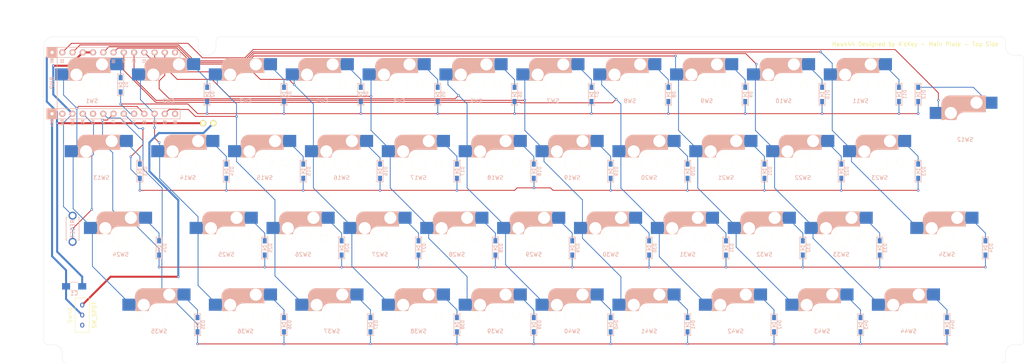
<source format=kicad_pcb>
(kicad_pcb (version 20240108) (generator "pcbnew") (generator_version "8.0")
  (layers (0 "F.Cu" signal) (31 "B.Cu" signal) (34 "B.Paste" user) (35 "F.Paste" user) (36 "B.SilkS" user "B.Silkscreen") (37 "F.SilkS" user "F.Silkscreen") (38 "B.Mask" user) (39 "F.Mask" user) (44 "Edge.Cuts" user))
  (net 0 "")
  (net 1 "Net-(D1-A)")
  (net 2 "row0")
  (net 3 "Net-(D2-A)")
  (net 4 "Net-(D3-A)")
  (net 5 "Net-(D4-A)")
  (net 6 "Net-(D5-A)")
  (net 7 "Net-(D6-A)")
  (net 8 "Net-(D7-A)")
  (net 9 "Net-(D8-A)")
  (net 10 "Net-(D9-A)")
  (net 11 "Net-(D10-A)")
  (net 12 "Net-(D11-A)")
  (net 13 "Net-(D12-A)")
  (net 14 "row1")
  (net 15 "Net-(D13-A)")
  (net 16 "Net-(D14-A)")
  (net 17 "Net-(D15-A)")
  (net 18 "Net-(D16-A)")
  (net 19 "Net-(D17-A)")
  (net 20 "Net-(D18-A)")
  (net 21 "Net-(D19-A)")
  (net 22 "Net-(D20-A)")
  (net 23 "Net-(D21-A)")
  (net 24 "Net-(D22-A)")
  (net 25 "Net-(D23-A)")
  (net 26 "Net-(D24-A)")
  (net 27 "row2")
  (net 28 "Net-(D25-A)")
  (net 29 "Net-(D26-A)")
  (net 30 "Net-(D27-A)")
  (net 31 "Net-(D28-A)")
  (net 32 "Net-(D29-A)")
  (net 33 "Net-(D30-A)")
  (net 34 "Net-(D31-A)")
  (net 35 "Net-(D32-A)")
  (net 36 "Net-(D33-A)")
  (net 37 "Net-(D34-A)")
  (net 38 "row3")
  (net 39 "Net-(D35-A)")
  (net 40 "Net-(D36-A)")
  (net 41 "Net-(D37-A)")
  (net 42 "Net-(D38-A)")
  (net 43 "Net-(D39-A)")
  (net 44 "Net-(D40-A)")
  (net 45 "Net-(D41-A)")
  (net 46 "Net-(D42-A)")
  (net 47 "Net-(D43-A)")
  (net 48 "Net-(D44-A)")
  (net 49 "bat-")
  (net 50 "bat+")
  (net 51 "col0")
  (net 52 "col1")
  (net 53 "col2")
  (net 54 "col3")
  (net 55 "col4")
  (net 56 "col5")
  (net 57 "col6")
  (net 58 "col7")
  (net 59 "col8")
  (net 60 "col9")
  (net 61 "col10")
  (net 62 "col11")
  (net 63 "GND")
  (net 64 "reset")
  (net 66 "VCC")
  (net 69 "Net-(J1-Pin_1)")
  (footprint "kbd_Parts:Diode_SMD" (layer "F.Cu") (at 180.975 116.68125 90)
    (property "Reference" "D41")
    (property "Value" "D" (hide yes))
  )
  (footprint "kbd_Parts:Diode_SMD" (layer "F.Cu") (at 133.35 97.63125 90)
    (property "Reference" "D28")
    (property "Value" "D" (hide yes))
  )
  (footprint "kbd_SW:CherryMX_Hotswap_1u" (layer "F.Cu") (at 171.45 76.2)
    (property "Reference" "SW20")
    (property "Value" "SW_PUSH" (hide yes))
  )
  (footprint "kbd_SW:CherryMX_Hotswap_1u" (layer "F.Cu") (at 152.4 114.3)
    (property "Reference" "SW40")
    (property "Value" "SW_PUSH" (hide yes))
  )
  (footprint "kbd_SW:CherryMX_Hotswap_1u" (layer "F.Cu") (at 114.3 114.3)
    (property "Reference" "SW38")
    (property "Value" "SW_PUSH" (hide yes))
  )
  (footprint "kbd_SW:CherryMX_Hotswap_1.75u" (layer "F.Cu") (at 245.26875 95.25)
    (property "Reference" "SW34")
    (property "Value" "SW_PUSH" (hide yes))
  )
  (footprint "kbd_Parts:Diode_SMD" (layer "F.Cu") (at 238.125 78.58125 90)
    (property "Reference" "D23")
    (property "Value" "D" (hide yes))
  )
  (footprint "kbd_Parts:Battery_BMP_2pin" (layer "F.Cu") (at 61.9125 66.675 -90)
    (property "Reference" "J1" (hide yes))
    (property "Value" "Conn_01x02" (hide yes))
  )
  (footprint "kbd_Parts:Diode_SMD" (layer "F.Cu") (at 214.3125 59.53125 90)
    (property "Reference" "D10")
    (property "Value" "D" (hide yes))
  )
  (footprint "kbd_Parts:Diode_SMD" (layer "F.Cu") (at 190.5 97.63125 90)
    (property "Reference" "D31")
    (property "Value" "D" (hide yes))
  )
  (footprint "kbd_Parts:Diode_SMD" (layer "F.Cu") (at 180.975 78.58125 90)
    (property "Reference" "D20")
    (property "Value" "D" (hide yes))
  )
  (footprint "kbd_Parts:Diode_SMD" (layer "F.Cu") (at 76.2 97.63125 90)
    (property "Reference" "D25")
    (property "Value" "D" (hide yes))
  )
  (footprint "kbd_Parts:Diode_SMD" (layer "F.Cu") (at 61.9125 59.53125 90)
    (property "Reference" "D2")
    (property "Value" "D" (hide yes))
  )
  (footprint "kbd_Parts:Diode_SMD" (layer "F.Cu") (at 66.675 78.58125 90)
    (property "Reference" "D14")
    (property "Value" "D" (hide yes))
  )
  (footprint "kbd_SW:CherryMX_Hotswap_1u" (layer "F.Cu") (at 214.3125 114.3)
    (property "Reference" "SW43")
    (property "Value" "SW_PUSH" (hide yes))
  )
  (footprint "kbd_Parts:Diode_SMD" (layer "F.Cu") (at 114.3 97.63125 90)
    (property "Reference" "D27")
    (property "Value" "D" (hide yes))
  )
  (footprint "kbd_Parts:Diode_SMD" (layer "F.Cu") (at 102.39375 116.68125 90)
    (property "Reference" "D37")
    (property "Value" "D" (hide yes))
  )
  (footprint "kbd_Parts:Diode_SMD" (layer "F.Cu") (at 219.075 78.58125 90)
    (property "Reference" "D22")
    (property "Value" "D" (hide yes))
  )
  (footprint "kbd_SW:CherryMX_Hotswap_1u" (layer "F.Cu") (at 95.25 76.2)
    (property "Reference" "SW16")
    (property "Value" "SW_PUSH" (hide yes))
  )
  (footprint "kbd_Parts:Diode_SMD" (layer "F.Cu") (at 100.0125 59.53125 90)
    (property "Reference" "D4")
    (property "Value" "D" (hide yes))
  )
  (footprint "kbd_SW:CherryMX_Hotswap_1u" (layer "F.Cu") (at 57.15 76.2)
    (property "Reference" "SW14")
    (property "Value" "SW_PUSH" (hide yes))
  )
  (footprint "kbd_Hole:m2_Spacer_Hole_EdgeCuts" (layer "F.Cu") (at 142.875 85.725)
    (property "Reference" "J7")
    (property "Value" "Conn_01x01")
    (fp_circle (center 0 0) (end 2.2 0) (stroke (width 0.01)) (fill none) (layer "Edge.Cuts"))
  )
  (footprint "kbd_SW:CherryMX_Hotswap_1u" (layer "F.Cu") (at 123.825 95.25)
    (property "Reference" "SW28")
    (property "Value" "SW_PUSH" (hide yes))
  )
  (footprint "kbd_Parts:Diode_SMD" (layer "F.Cu") (at 80.9625 59.53125 90)
    (property "Reference" "D3")
    (property "Value" "D" (hide yes))
  )
  (footprint "kbd_SW:CherryMX_Hotswap_1u" (layer "F.Cu") (at 71.4375 114.3)
    (property "Reference" "SW36")
    (property "Value" "SW_PUSH" (hide yes))
  )
  (footprint "kbd_SW:CherryMX_Hotswap_1u" (layer "F.Cu") (at 204.7875 57.15)
    (property "Reference" "SW10")
    (property "Value" "SW_PUSH" (hide yes))
  )
  (footprint "kbd_SW:CherryMX_Hotswap_1u" (layer "F.Cu") (at 180.975 95.25)
    (property "Reference" "SW31")
    (property "Value" "SW_PUSH" (hide yes))
  )
  (footprint "kbd_Parts:Diode_SMD" (layer "F.Cu") (at 152.4 97.63125 90)
    (property "Reference" "D29")
    (property "Value" "D" (hide yes))
  )
  (footprint "kbd_Parts:Diode_SMD" (layer "F.Cu") (at 119.0625 59.53125 90)
    (property "Reference" "D5")
    (property "Value" "D" (hide yes))
  )
  (footprint "kbd_SW:CherryMX_Hotswap_1u" (layer "F.Cu") (at 109.5375 57.15)
    (property "Reference" "SW5")
    (property "Value" "SW_PUSH" (hide yes))
  )
  (footprint "kbd_SW:CherryMX_Hotswap_1u" (layer "F.Cu") (at 152.4 76.2)
    (property "Reference" "SW19")
    (property "Value" "SW_PUSH" (hide yes))
  )
  (footprint "kbd_SW:CherryMX_Hotswap_1u" (layer "F.Cu") (at 90.4875 57.15)
    (property "Reference" "SW4")
    (property "Value" "SW_PUSH" (hide yes))
  )
  (footprint "kbd_SW:CherryMX_Hotswap_1u" (layer "F.Cu") (at 133.35 76.2)
    (property "Reference" "SW18")
    (property "Value" "SW_PUSH" (hide yes))
  )
  (footprint "kbd_SW:CherryMX_Hotswap_1.25u" (layer "F.Cu") (at 35.71875 76.2)
    (property "Reference" "SW13")
    (property "Value" "SW_PUSH" (hide yes))
  )
  (footprint "kbd_SW:CherryMX_Hotswap_1u" (layer "F.Cu") (at 133.35 114.3)
    (property "Reference" "SW39")
    (property "Value" "SW_PUSH" (hide yes))
  )
  (footprint "kbd_Parts:Diode_SMD" (layer "F.Cu") (at 223.8375 116.68125 90)
    (property "Reference" "D43")
    (property "Value" "D" (hide yes))
  )
  (footprint "kbd_SW:CherryMX_Hotswap_1u" (layer "F.Cu") (at 185.7375 57.15)
    (property "Reference" "SW9")
    (property "Value" "SW_PUSH" (hide yes))
  )
  (footprint "kbd_Parts:Diode_SMD" (layer "F.Cu") (at 161.925 78.58125 90)
    (property "Reference" "D19")
    (property "Value" "D" (hide yes))
  )
  (footprint "kbd_SW:CherryMX_Hotswap_1u" (layer "F.Cu") (at 147.6375 57.15)
    (property "Reference" "SW7")
    (property "Value" "SW_PUSH" (hide yes))
  )
  (footprint "kbd_Parts:Diode_SMD" (layer "F.Cu") (at 80.9625 116.68125 90)
    (property "Reference" "D36")
    (property "Value" "D" (hide yes))
  )
  (footprint "kbd_Parts:Diode_SMD" (layer "F.Cu") (at 123.825 78.58125 90)
    (property "Reference" "D17")
    (property "Value" "D" (hide yes))
  )
  (footprint "kbd_SW:CherryMX_Hotswap_1u" (layer "F.Cu") (at 161.925 95.25)
    (property "Reference" "SW30")
    (property "Value" "SW_PUSH" (hide yes))
  )
  (footprint "kbd_SW:CherryMX_Hotswap_1.25u" (layer "F.Cu") (at 50.00625 114.3)
    (property "Reference" "SW35")
    (property "Value" "SW_PUSH" (hide yes))
  )
  (footprint "kbd_Parts:Diode_SMD" (layer "F.Cu") (at 123.825 116.68125 90)
    (property "Reference" "D38")
    (property "Value" "D" (hide yes))
  )
  (footprint "kbd_SW:CherryMX_Hotswap_1u" (layer "F.Cu") (at 52.3875 57.15)
    (property "Reference" "SW2")
    (property "Value" "SW_PUSH" (hide yes))
  )
  (footprint "kbd_SW:CherryMX_Hotswap_1u" (layer "F.Cu") (at 228.6 76.2)
    (property "Reference" "SW23")
    (property "Value" "SW_PUSH" (hide yes))
  )
  (footprint "kbd_SW:CherryMX_Hotswap_1.25u" (layer "F.Cu") (at 192.88125 114.3)
    (property "Reference" "SW42")
    (property "Value" "SW_PUSH" (hide yes))
  )
  (footprint "askey:Slide Switch - SS-12D00-G5" (layer "F.Cu") (at 30.95625 114.3 90)
    (property "Reference" "SW46")
    (property "Value" "SW_SPDT")
  )
  (footprint "kbd_Parts:Diode_SMD" (layer "F.Cu") (at 157.1625 59.53125 90)
    (property "Reference" "D7")
    (property "Value" "D" (hide yes))
  )
  (footprint "kbd_SW:CherryMX_Hotswap_1u" (layer "F.Cu") (at 76.2 76.2)
    (property "Reference" "SW15")
    (property "Value" "SW_PUSH" (hide yes))
  )
  (footprint "kbd_SW:CherryMX_Hotswap_1u" (layer "F.Cu") (at 85.725 95.25)
    (property "Reference" "SW26")
    (property "Value" "SW_PUSH" (hide yes))
  )
  (footprint "kbd_Parts:Diode_SMD" (layer "F.Cu") (at 245.26875 116.68125 90)
    (property "Reference" "D44")
    (property "Value" "D" (hide yes))
  )
  (footprint "kbd_SW:CherryMX_Hotswap_1u" (layer "F.Cu") (at 33.3375 57.15)
    (property "Reference" "SW1")
    (property "Value" "SW_PUSH" (hide yes))
  )
  (footprint "kbd_SW:CherryMX_Hotswap_ISO" (layer "F.Cu") (at 250.03125 66.675 90)
    (property "Reference" "SW12")
    (property "Value" "SW_PUSH" (hide yes))
  )
  (footprint "kbd_Parts:Diode_SMD" (layer "F.Cu") (at 142.875 116.68125 90)
    (property "Reference" "D39")
    (property "Value" "D" (hide yes))
  )
  (footprint "kbd_Parts:Diode_SMD" (layer "F.Cu") (at 200.025 78.58125 90)
    (property "Reference" "D21")
    (property "Value" "D" (hide yes))
  )
  (footprint "kbd_SW:CherryMX_Hotswap_1.75u" (layer "F.Cu") (at 40.48125 95.25)
    (property "Reference" "SW24")
    (property "Value" "SW_PUSH" (hide yes))
  )
  (footprint "kbd_Parts:Diode_SMD" (layer "F.Cu") (at 95.25 97.63125 90)
    (property "Reference" "D26")
    (property "Value" "D" (hide yes))
  )
  (footprint "kbd_Parts:Diode_SMD" (layer "F.Cu") (at 142.875 78.58125 90)
    (property "Reference" "D18")
    (property "Value" "D" (hide yes))
  )
  (footprint "kbd_Parts:Diode_SMD" (layer "F.Cu") (at 209.55 97.63125 90)
    (property "Reference" "D32")
    (property "Value" "D" (hide yes))
  )
  (footprint "kbd_SW:CherryMX_Hotswap_1u" (layer "F.Cu") (at 114.3 76.2)
    (property "Reference" "SW17")
    (property "Value" "SW_PUSH" (hide yes))
  )
  (footprint "kbd_SW:CherryMX_Hotswap_1u" (layer "F.Cu") (at 223.8375 57.15)
    (property "Reference" "SW11")
    (property "Value" "SW_PUSH" (hide yes))
  )
  (footprint "kbd_Parts:Diode_SMD" (layer "F.Cu") (at 176.2125 59.53125 90)
    (property "Reference" "D8")
    (property "Value" "D" (hide yes))
  )
  (footprint "kbd_Parts:Diode_SMD" (layer "F.Cu") (at 171.45 97.63125 90)
    (property "Reference" "D30")
    (property "Value" "D" (hide yes))
  )
  (footprint "kbd_SW:CherryMX_Hotswap_1u" (layer "F.Cu") (at 219.075 95.25)
    (property "Reference" "SW33")
    (property "Value" "SW_PUSH" (hide yes))
  )
  (footprint "kbd_Parts:Diode_SMD" (layer "F.Cu") (at 161.925 116.68125 90)
    (property "Reference" "D40")
    (property "Value" "D" (hide yes))
  )
  (footprint "kbd_SW:CherryMX_Hotswap_1u" (layer "F.Cu") (at 200.025 95.25)
    (property "Reference" "SW32")
    (property "Value" "SW_PUSH" (hide yes))
  )
  (footprint "kbd_SW:CherryMX_Hotswap_1u" (layer "F.Cu") (at 209.55 76.2)
    (property "Reference" "SW22")
    (property "Value" "SW_PUSH" (hide yes))
  )
  (footprint "kbd_SW:CherryMX_Hotswap_1u" (layer "F.Cu") (at 190.5 76.2)
    (property "Reference" "SW21")
    (property "Value" "SW_PUSH" (hide yes))
  )
  (footprint "kbd_SW:CherryMX_Hotswap_1u" (layer "F.Cu") (at 128.5875 57.15)
    (property "Reference" "SW6")
    (property "Value" "SW_PUSH" (hide yes))
  )
  (footprint "kbd_Parts:Diode_SMD" (layer "F.Cu") (at 45.24375 78.58125 90)
    (property "Reference" "D13")
    (property "Value" "D" (hide yes))
  )
  (footprint "kbd_Parts:Diode_SMD" (layer "F.Cu") (at 233.3625 59.53125 90)
    (property "Reference" "D11")
    (property "Value" "D" (hide yes))
  )
  (footprint "kbd_Parts:Diode_SMD" (layer "F.Cu") (at 195.2625 59.53125 90)
    (property "Reference" "D9")
    (property "Value" "D" (hide yes))
  )
  (footprint "kbd_SW:CherryMX_Hotswap_1u" (layer "F.Cu") (at 104.775 95.25)
    (property "Reference" "SW27")
    (property "Value" "SW_PUSH" (hide yes))
  )
  (footprint "kbd_Parts:Diode_SMD" (layer "F.Cu") (at 50.00625 97.63125 90)
    (property "Reference" "D24")
    (property "Value" "D" (hide yes))
  )
  (footprint "kbd_Parts:Diode_SMD" (layer "F.Cu") (at 104.775 78.58125 90)
    (property "Reference" "D16")
    (property "Value" "D" (hide yes))
  )
  (footprint "kbd_Parts:Diode_SMD" (layer "F.Cu") (at 40.48125 57.15 90)
    (property "Reference" "D1")
    (property "Value" "D" (hide yes))
  )
  (footprint "kbd_Parts:Diode_SMD" (layer "F.Cu") (at 254.79375 97.63125 90)
    (property "Reference" "D34")
    (property "Value" "D" (hide yes))
  )
  (footprint "kbd_Parts:Diode_SMD" (layer "F.Cu") (at 59.53125 116.68125 90)
    (property "Reference" "D35")
    (property "Value" "D" (hide yes))
  )
  (footprint "kbd_SW:CherryMX_Hotswap_1u" (layer "F.Cu") (at 166.6875 57.15)
    (property "Reference" "SW8")
    (property "Value" "SW_PUSH" (hide yes))
  )
  (footprint "kbd_SW:CherryMX_Hotswap_1u" (layer "F.Cu") (at 171.45 114.3)
    (property "Reference" "SW41")
    (property "Value" "SW_PUSH" (hide yes))
  )
  (footprint "kbd_Parts:Diode_SMD" (layer "F.Cu") (at 202.40625 116.68125 90)
    (property "Reference" "D42")
    (property "Value" "D" (hide yes))
  )
  (footprint "kbd_Parts:Diode_SMD" (layer "F.Cu") (at 85.725 78.58125 90)
    (property "Reference" "D15")
    (property "Value" "D" (hide yes))
  )
  (footprint "kbd_SW:CherryMX_Hotswap_1.25u" (layer "F.Cu") (at 235.74375 114.3)
    (property "Reference" "SW44")
    (property "Value" "SW_PUSH" (hide yes))
  )
  (footprint "kbd_Parts:Diode_SMD" (layer "F.Cu") (at 228.6 97.63125 90)
    (property "Reference" "D33")
    (property "Value" "D" (hide yes))
  )
  (footprint "kbd_Parts:Diode_SMD" (layer "F.Cu") (at 238.125 59.53125 90)
    (property "Reference" "D12")
    (property "Value" "D" (hide yes))
  )
  (footprint "kbd_SW:CherryMX_Hotswap_1u" (layer "F.Cu") (at 142.875 95.25)
    (property "Reference" "SW29")
    (property "Value" "SW_PUSH" (hide yes))
  )
  (footprint "kbd_SW:CherryMX_Hotswap_1u" (layer "F.Cu") (at 71.4375 57.15)
    (property "Reference" "SW3")
    (property "Value" "SW_PUSH" (hide yes))
  )
  (footprint "kbd_SW:CherryMX_Hotswap_1u" (layer "F.Cu") (at 66.675 95.25)
    (property "Reference" "SW25")
    (property "Value" "SW_PUSH" (hide yes))
  )
  (footprint "kbd_Parts:Diode_SMD" (layer "F.Cu") (at 138.1125 59.53125 90)
    (property "Reference" "D6")
    (property "Value" "D" (hide yes))
  )
  (footprint "kbd_SW:CherryMX_Hotswap_1.25u" (layer "F.Cu") (at 92.86875 114.3)
    (property "Reference" "SW37")
    (property "Value" "SW_PUSH" (hide yes))
  )
  (footprint "kbd_Parts:Micon_BMP_7sKB" (layer "B.Cu") (at 40.505523 56.672897 -90)
    (property "Reference" "U1" (hide yes))
    (property "Value" "Micon_BLEMicroPro" (hide yes))
  )
  (footprint "kbd_Parts:Capacitor_1206" (layer "B.Cu") (at 28.95625 107.15625)
    (property "Reference" "C1")
    (property "Value" "C")
  )
  (footprint "kbd:ResetSW" (layer "B.Cu") (at 28.575 92.86875 -90)
    (property "Reference" "SW45" (hide yes))
    (property "Value" "SW_PUSH")
  )
  (gr_line (start 65.1125 45.24375) (end 258.7375 45.24375) (stroke (width 0.05)) (layer "Edge.Cuts"))
  (gr_arc (start 258.7375 45.24375) (mid 259.444607 45.536643) (end 259.7375 46.24375) (stroke (width 0.05)) (layer "Edge.Cuts"))
  (gr_line (start 259.7375 47.625) (end 259.7375 46.24375) (stroke (width 0.05)) (layer "Edge.Cuts"))
  (gr_arc (start 261.9375 49.825) (mid 260.381865 49.180635) (end 259.7375 47.625) (stroke (width 0.05)) (layer "Edge.Cuts"))
  (gr_line (start 261.9375 121.625) (end 263.31875 121.625) (stroke (width 0.05)) (layer "Edge.Cuts"))
  (gr_line (start 26.0125 123.825) (end 26.0125 125.20625) (stroke (width 0.05)) (layer "Edge.Cuts"))
  (gr_arc (start 23.8125 121.625) (mid 25.368135 122.269365) (end 26.0125 123.825) (stroke (width 0.05)) (layer "Edge.Cuts"))
  (gr_arc (start 259.7375 123.825) (mid 260.381865 122.269365) (end 261.9375 121.625) (stroke (width 0.05)) (layer "Edge.Cuts"))
  (gr_line (start 59.7125 47.625) (end 59.7125 46.24375) (stroke (width 0.05)) (layer "Edge.Cuts"))
  (gr_arc (start 22.43125 121.625) (mid 21.724143 121.332107) (end 21.43125 120.625) (stroke (width 0.05)) (layer "Edge.Cuts"))
  (gr_arc (start 64.1125 46.24375) (mid 64.405393 45.536643) (end 65.1125 45.24375) (stroke (width 0.05)) (layer "Edge.Cuts"))
  (gr_line (start 258.7375 126.20625) (end 27.0125 126.20625) (stroke (width 0.05)) (layer "Edge.Cuts"))
  (gr_line (start 23.8125 45.24375) (end 58.7125 45.24375) (stroke (width 0.05)) (layer "Edge.Cuts"))
  (gr_arc (start 21.43125 47.625) (mid 22.128702 45.941202) (end 23.8125 45.24375) (stroke (width 0.05)) (layer "Edge.Cuts"))
  (gr_line (start 264.31875 50.825) (end 264.31875 120.625) (stroke (width 0.05)) (layer "Edge.Cuts"))
  (gr_arc (start 64.1125 47.625) (mid 61.9125 49.825) (end 59.7125 47.625) (stroke (width 0.05)) (layer "Edge.Cuts"))
  (gr_arc (start 263.31875 49.825) (mid 264.025857 50.117893) (end 264.31875 50.825) (stroke (width 0.05)) (layer "Edge.Cuts"))
  (gr_line (start 23.8125 121.625) (end 22.43125 121.625) (stroke (width 0.05)) (layer "Edge.Cuts"))
  (gr_arc (start 58.7125 45.24375) (mid 59.419607 45.536643) (end 59.7125 46.24375) (stroke (width 0.05)) (layer "Edge.Cuts"))
  (gr_arc (start 27.0125 126.20625) (mid 26.305393 125.913357) (end 26.0125 125.20625) (stroke (width 0.05)) (layer "Edge.Cuts"))
  (gr_line (start 261.9375 49.825) (end 263.31875 49.825) (stroke (width 0.05)) (layer "Edge.Cuts"))
  (gr_line (start 21.43125 120.625) (end 21.43125 47.625) (stroke (width 0.05)) (layer "Edge.Cuts"))
  (gr_arc (start 259.7375 125.20625) (mid 259.444607 125.913357) (end 258.7375 126.20625) (stroke (width 0.05)) (layer "Edge.Cuts"))
  (gr_line (start 64.1125 47.625) (end 64.1125 46.24375) (stroke (width 0.05)) (layer "Edge.Cuts"))
  (gr_arc (start 264.31875 120.625) (mid 264.025857 121.332107) (end 263.31875 121.625) (stroke (width 0.05)) (layer "Edge.Cuts"))
  (gr_line (start 259.7375 123.825) (end 259.7375 125.20625) (stroke (width 0.05)) (layer "Edge.Cuts"))
  (gr_text "Hawk44 Designed by A'sKey - Main Plate - Top Side" (at 216.69375 47.625 0) (layer "F.SilkS") (effects (font (size 1 1)) (justify left bottom)))
  (segment (start 40.48125 53.47375) (end 40.48125 55.375) (width 0.2) (layer "B.Cu") (net 1))
  (segment (start 39.0375 52.03) (end 40.48125 53.47375) (width 0.2) (layer "B.Cu") (net 1))
  (segment (start 80.9625 64.29375) (end 100.0125 64.29375) (width 0.2) (layer "F.Cu") (net 2))
  (segment (start 57.15 61.9125) (end 59.53125 64.29375) (width 0.2) (layer "F.Cu") (net 2))
  (segment (start 157.1625 64.29375) (end 176.2125 64.29375) (width 0.2) (layer "F.Cu") (net 2))
  (segment (start 100.0125 64.29375) (end 119.0625 64.29375) (width 0.2) (layer "F.Cu") (net 2))
  (segment (start 61.9125 64.29375) (end 80.9625 64.29375) (width 0.2) (layer "F.Cu") (net 2))
  (segment (start 176.2125 64.29375) (end 195.2625 64.29375) (width 0.2) (layer "F.Cu") (net 2))
  (segment (start 119.0625 64.29375) (end 138.1125 64.29375) (width 0.2) (layer "F.Cu") (net 2))
  (segment (start 59.53125 64.29375) (end 61.9125 64.29375) (width 0.2) (layer "F.Cu") (net 2))
  (segment (start 138.1125 64.29375) (end 157.1625 64.29375) (width 0.2) (layer "F.Cu") (net 2))
  (segment (start 233.3625 64.29375) (end 238.125 64.29375) (width 0.2) (layer "F.Cu") (net 2))
  (segment (start 40.48125 61.9125) (end 57.15 61.9125) (width 0.2) (layer "F.Cu") (net 2))
  (segment (start 214.3125 64.29375) (end 233.3625 64.29375) (width 0.2) (layer "F.Cu") (net 2))
  (segment (start 195.2625 64.29375) (end 214.3125 64.29375) (width 0.2) (layer "F.Cu") (net 2))
  (via (at 233.3625 64.29375) (size 0.6) (drill 0.3) (layers "F.Cu" "B.Cu") (net 2))
  (via (at 80.9625 64.29375) (size 0.6) (drill 0.3) (layers "F.Cu" "B.Cu") (net 2))
  (via (at 238.125 64.29375) (size 0.6) (drill 0.3) (layers "F.Cu" "B.Cu") (net 2))
  (via (at 100.0125 64.29375) (size 0.6) (drill 0.3) (layers "F.Cu" "B.Cu") (net 2))
  (via (at 40.48125 61.9125) (size 0.6) (drill 0.3) (layers "F.Cu" "B.Cu") (net 2))
  (via (at 214.3125 64.29375) (size 0.6) (drill 0.3) (layers "F.Cu" "B.Cu") (net 2))
  (via (at 119.0625 64.29375) (size 0.6) (drill 0.3) (layers "F.Cu" "B.Cu") (net 2))
  (via (at 157.1625 64.29375) (size 0.6) (drill 0.3) (layers "F.Cu" "B.Cu") (net 2))
  (via (at 61.9125 64.29375) (size 0.6) (drill 0.3) (layers "F.Cu" "B.Cu") (net 2))
  (via (at 176.2125 64.29375) (size 0.6) (drill 0.3) (layers "F.Cu" "B.Cu") (net 2))
  (via (at 195.2625 64.29375) (size 0.6) (drill 0.3) (layers "F.Cu" "B.Cu") (net 2))
  (via (at 138.1125 64.29375) (size 0.6) (drill 0.3) (layers "F.Cu" "B.Cu") (net 2))
  (segment (start 233.3625 61.30625) (end 233.3625 64.29375) (width 0.2) (layer "B.Cu") (net 2))
  (segment (start 176.2125 61.30625) (end 176.2125 64.29375) (width 0.2) (layer "B.Cu") (net 2))
  (segment (start 214.3125 61.30625) (end 214.3125 64.29375) (width 0.2) (layer "B.Cu") (net 2))
  (segment (start 138.1125 61.30625) (end 138.1125 64.29375) (width 0.2) (layer "B.Cu") (net 2))
  (segment (start 80.9625 61.30625) (end 80.9625 64.29375) (width 0.2) (layer "B.Cu") (net 2))
  (segment (start 61.9125 61.30625) (end 61.9125 64.29375) (width 0.2) (layer "B.Cu") (net 2))
  (segment (start 43.771976 64.29375) (end 43.807523 64.329297) (width 0.2) (layer "B.Cu") (net 2))
  (segment (start 40.48125 58.925) (end 40.48125 61.9125) (width 0.2) (layer "B.Cu") (net 2))
  (segment (start 119.0625 61.30625) (end 119.0625 64.29375) (width 0.2) (layer "B.Cu") (net 2))
  (segment (start 195.2625 61.30625) (end 195.2625 64.29375) (width 0.2) (layer "B.Cu") (net 2))
  (segment (start 100.0125 61.30625) (end 100.0125 64.29375) (width 0.2) (layer "B.Cu") (net 2))
  (segment (start 40.48125 61.9125) (end 42.8625 64.29375) (width 0.2) (layer "B.Cu") (net 2))
  (segment (start 42.8625 64.29375) (end 43.771976 64.29375) (width 0.2) (layer "B.Cu") (net 2))
  (segment (start 238.125 64.29375) (end 238.125 61.30625) (width 0.2) (layer "B.Cu") (net 2))
  (segment (start 157.1625 61.30625) (end 157.1625 64.29375) (width 0.2) (layer "B.Cu") (net 2))
  (segment (start 58.0875 52.03) (end 61.9125 55.855) (width 0.2) (layer "B.Cu") (net 3))
  (segment (start 61.9125 55.855) (end 61.9125 57.75625) (width 0.2) (layer "B.Cu") (net 3))
  (segment (start 80.9625 55.855) (end 80.9625 57.75625) (width 0.2) (layer "B.Cu") (net 4))
  (segment (start 77.1375 52.03) (end 80.9625 55.855) (width 0.2) (layer "B.Cu") (net 4))
  (segment (start 100.0125 55.855) (end 100.0125 57.75625) (width 0.2) (layer "B.Cu") (net 5))
  (segment (start 96.1875 52.03) (end 100.0125 55.855) (width 0.2) (layer "B.Cu") (net 5))
  (segment (start 119.0625 55.855) (end 119.0625 57.75625) (width 0.2) (layer "B.Cu") (net 6))
  (segment (start 115.2375 52.03) (end 119.0625 55.855) (width 0.2) (layer "B.Cu") (net 6))
  (segment (start 134.2875 52.03) (end 138.1125 55.855) (width 0.2) (layer "B.Cu") (net 7))
  (segment (start 138.1125 55.855) (end 138.1125 57.75625) (width 0.2) (layer "B.Cu") (net 7))
  (segment (start 153.3375 52.03) (end 157.1625 55.855) (width 0.2) (layer "B.Cu") (net 8))
  (segment (start 157.1625 55.855) (end 157.1625 57.75625) (width 0.2) (layer "B.Cu") (net 8))
  (segment (start 176.2125 55.855) (end 176.2125 57.75625) (width 0.2) (layer "B.Cu") (net 9))
  (segment (start 172.3875 52.03) (end 176.2125 55.855) (width 0.2) (layer "B.Cu") (net 9))
  (segment (start 191.4375 52.03) (end 195.2625 55.855) (width 0.2) (layer "B.Cu") (net 10))
  (segment (start 195.2625 55.855) (end 195.2625 57.75625) (width 0.2) (layer "B.Cu") (net 10))
  (segment (start 210.4875 52.03) (end 214.3125 55.855) (width 0.2) (layer "B.Cu") (net 11))
  (segment (start 214.3125 55.855) (end 214.3125 57.75625) (width 0.2) (layer "B.Cu") (net 11))
  (segment (start 229.5375 52.03) (end 233.3625 55.855) (width 0.2) (layer "B.Cu") (net 12))
  (segment (start 233.3625 55.855) (end 233.3625 57.75625) (width 0.2) (layer "B.Cu") (net 12))
  (segment (start 251.7925 57.75625) (end 255.63125 61.595) (width 0.2) (layer "B.Cu") (net 13))
  (segment (start 238.125 57.75625) (end 251.7925 57.75625) (width 0.2) (layer "B.Cu") (net 13))
  (segment (start 85.725 83.34375) (end 66.675 83.34375) (width 0.2) (layer "F.Cu") (net 14))
  (segment (start 66.675 83.34375) (end 45.24375 83.34375) (width 0.2) (layer "F.Cu") (net 14))
  (segment (start 138.1125 83.34375) (end 123.825 83.34375) (width 0.2) (layer "F.Cu") (net 14))
  (segment (start 147.017949 82.724199) (end 147.6375 83.34375) (width 0.2) (layer "F.Cu") (net 14))
  (segment (start 123.825 83.34375) (end 104.775 83.34375) (width 0.2) (layer "F.Cu") (net 14))
  (segment (start 142.919712 82.726808) (end 138.729442 82.726808) (width 0.2) (layer "F.Cu") (net 14))
  (segment (start 46 72) (end 46 68) (width 0.2) (layer "F.Cu") (net 14))
  (segment (start 43 75) (end 46 72) (width 0.2) (layer "F.Cu") (net 14))
  (segment (start 138.729442 82.726808) (end 138.1125 83.34375) (width 0.2) (layer "F.Cu") (net 14))
  (segment (start 180.975 83.34375) (end 200.025 83.34375) (width 0.2) (layer "F.Cu") (net 14))
  (segment (start 219.075 83.34375) (end 238.125 83.34375) (width 0.2) (layer "F.Cu") (net 14))
  (segment (start 142.922321 82.724199) (end 142.919712 82.726808) (width 0.2) (layer "F.Cu") (net 14))
  (segment (start 142.922321 82.724199) (end 147.017949 82.724199) (width 0.2) (layer "F.Cu") (net 14))
  (segment (start 147.6375 83.34375) (end 161.925 83.34375) (width 0.2) (layer "F.Cu") (net 14))
  (segment (start 161.925 83.34375) (end 180.975 83.34375) (width 0.2) (layer "F.Cu") (net 14))
  (segment (start 200.025 83.34375) (end 219.075 83.34375) (width 0.2) (layer "F.Cu") (net 14))
  (segment (start 104.775 83.34375) (end 85.725 83.34375) (width 0.2) (layer "F.Cu") (net 14))
  (via (at 85.725 83.34375) (size 0.6) (drill 0.3) (layers "F.Cu" "B.Cu") (net 14))
  (via (at 104.775 83.34375) (size 0.6) (drill 0.3) (layers "F.Cu" "B.Cu") (net 14))
  (via (at 180.975 83.34375) (size 0.6) (drill 0.3) (layers "F.Cu" "B.Cu") (net 14))
  (via (at 43 75) (size 0.6) (drill 0.3) (layers "F.Cu" "B.Cu") (net 14))
  (via (at 142.922321 82.724199) (size 0.6) (drill 0.3) (layers "F.Cu" "B.Cu") (net 14))
  (via (at 238.125 83.34375) (size 0.6) (drill 0.3) (layers "F.Cu" "B.Cu") (net 14))
  (via (at 66.675 83.34375) (size 0.6) (drill 0.3) (layers "F.Cu" "B.Cu") (net 14))
  (via (at 219.075 83.34375) (size 0.6) (drill 0.3) (layers "F.Cu" "B.Cu") (net 14))
  (via (at 46 68) (size 0.6) (drill 0.3) (layers "F.Cu" "B.Cu") (net 14))
  (via (at 200.025 83.34375) (size 0.6) (drill 0.3) (layers "F.Cu" "B.Cu") (net 14))
  (via (at 123.825 83.34375) (size 0.6) (drill 0.3) (layers "F.Cu" "B.Cu") (net 14))
  (via (at 45.24375 83.34375) (size 0.6) (drill 0.3) (layers "F.Cu" "B.Cu") (net 14))
  (via (at 161.925 83.34375) (size 0.6) (drill 0.3) (layers "F.Cu" "B.Cu") (net 14))
  (segment (start 219.075 80.35625) (end 219.075 83.34375) (width 0.2) (layer "B.Cu") (net 14))
  (segment (start 44.938226 68) (end 41.267523 64.329297) (width 0.2) (layer "B.Cu") (net 14))
  (segment (start 161.925 80.35625) (end 161.925 83.34375) (width 0.2) (layer "B.Cu") (net 14))
  (segment (start 85.725 80.35625) (end 85.725 83.34375) (width 0.2) (layer "B.Cu") (net 14))
  (segment (start 46 68) (end 44.938226 68) (width 0.2) (layer "B.Cu") (net 14))
  (segment (start 142.922321 82.724199) (end 142.922321 80.583824) (width 0.2) (layer "B.Cu") (net 14))
  (segment (start 45.24375 80.35625) (end 45.24375 83.34375) (width 0.2) (layer "B.Cu") (net 14))
  (segment (start 45.24375 80.35625) (end 43 78.1125) (width 0.2) (layer "B.Cu") (net 14))
  (segment (start 200.025 80.35625) (end 200.025 83.34375) (width 0.2) (layer "B.Cu") (net 14))
  (segment (start 180.975 80.35625) (end 180.975 83.34375) (width 0.2) (layer "B.Cu") (net 14))
  (segment (start 66.675 80.35625) (end 66.675 83.34375) (width 0.2) (layer "B.Cu") (net 14))
  (segment (start 142.922321 80.583824) (end 142.875 80.536503) (width 0.2) (layer "B.Cu") (net 14))
  (segment (start 142.875 80.536503) (end 142.875 80.35625) (width 0.2) (layer "B.Cu") (net 14))
  (segment (start 104.775 80.35625) (end 104.775 83.34375) (width 0.2) (layer "B.Cu") (net 14))
  (segment (start 238.125 80.35625) (end 238.125 83.34375) (width 0.2) (layer "B.Cu") (net 14))
  (segment (start 43 78.1125) (end 43 75) (width 0.2) (layer "B.Cu") (net 14))
  (segment (start 123.825 80.35625) (end 123.825 83.34375) (width 0.2) (layer "B.Cu") (net 14))
  (segment (start 41.41875 71.08) (end 45.24375 74.905) (width 0.2) (layer "B.Cu") (net 15))
  (segment (start 45.24375 74.905) (end 45.24375 76.80625) (width 0.2) (layer "B.Cu") (net 15))
  (segment (start 62.85 71.08) (end 66.675 74.905) (width 0.2) (layer "B.Cu") (net 16))
  (segment (start 66.675 74.905) (end 66.675 76.80625) (width 0.2) (layer "B.Cu") (net 16))
  (segment (start 81.9 71.08) (end 85.725 74.905) (width 0.2) (layer "B.Cu") (net 17))
  (segment (start 85.725 74.905) (end 85.725 76.80625) (width 0.2) (layer "B.Cu") (net 17))
  (segment (start 100.95 71.47) (end 104.775 75.295) (width 0.2) (layer "B.Cu") (net 18))
  (segment (start 104.775 75.295) (end 104.775 76.80625) (width 0.2) (layer "B.Cu") (net 18))
  (segment (start 100.95 71.08) (end 100.95 71.47) (width 0.2) (layer "B.Cu") (net 18))
  (segment (start 123.825 74.905) (end 123.825 76.80625) (width 0.2) (layer "B.Cu") (net 19))
  (segment (start 120 71.08) (end 123.825 74.905) (width 0.2) (layer "B.Cu") (net 19))
  (segment (start 139.05 71.08) (end 142.875 74.905) (width 0.2) (layer "B.Cu") (net 20))
  (segment (start 142.875 74.905) (end 142.875 76.80625) (width 0.2) (layer "B.Cu") (net 20))
  (segment (start 161.925 74.905) (end 161.925 76.80625) (width 0.2) (layer "B.Cu") (net 21))
  (segment (start 158.1 71.08) (end 161.925 74.905) (width 0.2) (layer "B.Cu") (net 21))
  (segment (start 180.975 74.905) (end 180.975 76.80625) (width 0.2) (layer "B.Cu") (net 22))
  (segment (start 177.15 71.08) (end 180.975 74.905) (width 0.2) (layer "B.Cu") (net 22))
  (segment (start 200.025 74.905) (end 200.025 76.80625) (width 0.2) (layer "B.Cu") (net 23))
  (segment (start 196.2 71.08) (end 200.025 74.905) (width 0.2) (layer "B.Cu") (net 23))
  (segment (start 219.075 74.905) (end 219.075 76.80625) (width 0.2) (layer "B.Cu") (net 24))
  (segment (start 215.25 71.08) (end 219.075 74.905) (width 0.2) (layer "B.Cu") (net 24))
  (segment (start 234.3 71.08) (end 238.125 74.905) (width 0.2) (layer "B.Cu") (net 25))
  (segment (start 238.125 74.905) (end 238.125 76.80625) (width 0.2) (layer "B.Cu") (net 25))
  (segment (start 50.00625 93.955) (end 50.00625 95.85625) (width 0.2) (layer "B.Cu") (net 26))
  (segment (start 46.18125 90.13) (end 50.00625 93.955) (width 0.2) (layer "B.Cu") (net 26))
  (segment (start 76.2 102.39375) (end 50.00625 102.39375) (width 0.2) (layer "F.Cu") (net 27))
  (segment (start 36 65.925) (end 37.13182 65.925) (width 0.2) (layer "F.Cu") (net 27))
  (segment (start 133.35 102.39375) (end 114.3 102.39375) (width 0.2) (layer "F.Cu") (net 27))
  (segment (start 228.6 102.39375) (end 209.55 102.39375) (width 0.2) (layer "F.Cu") (net 27))
  (segment (start 95.25 102.39375) (end 76.2 102.39375) (width 0.2) (layer "F.Cu") (net 27))
  (segment (start 209.55 102.39375) (end 190.5 102.39375) (width 0.2) (layer "F.Cu") (net 27))
  (segment (start 37.13182 65.925) (end 38.727523 64.329297) (width 0.2) (layer "F.Cu") (net 27))
  (segment (start 152.4 102.39375) (end 133.35 102.39375) (width 0.2) (layer "F.Cu") (net 27))
  (segment (start 254.79375 102.39375) (end 228.6 102.39375) (width 0.2) (layer "F.Cu") (net 27))
  (segment (start 171.45 102.39375) (end 152.4 102.39375) (width 0.2) (layer "F.Cu") (net 27))
  (segment (start 114.3 102.39375) (end 95.25 102.39375) (width 0.2) (layer "F.Cu") (net 27))
  (segment (start 190.5 102.39375) (end 171.45 102.39375) (width 0.2) (layer "F.Cu") (net 27))
  (via (at 254.79375 102.39375) (size 0.6) (drill 0.3) (layers "F.Cu" "B.Cu") (net 27))
  (via (at 133.35 102.39375) (size 0.6) (drill 0.3) (layers "F.Cu" "B.Cu") (net 27))
  (via (at 36 65.925) (size 0.6) (drill 0.3) (layers "F.Cu" "B.Cu") (net 27))
  (via (at 152.4 102.39375) (size 0.6) (drill 0.3) (layers "F.Cu" "B.Cu") (net 27))
  (via (at 50.00625 102.39375) (size 0.6) (drill 0.3) (layers "F.Cu" "B.Cu") (net 27))
  (via (at 95.25 102.39375) (size 0.6) (drill 0.3) (layers "F.Cu" "B.Cu") (net 27))
  (via (at 228.6 102.39375) (size 0.6) (drill 0.3) (layers "F.Cu" "B.Cu") (net 27))
  (via (at 171.45 102.39375) (size 0.6) (drill 0.3) (layers "F.Cu" "B.Cu") (net 27))
  (via (at 76.2 102.39375) (size 0.6) (drill 0.3) (layers "F.Cu" "B.Cu") (net 27))
  (via (at 209.55 102.39375) (size 0.6) (drill 0.3) (layers "F.Cu" "B.Cu") (net 27))
  (via (at 190.5 102.39375) (size 0.6) (drill 0.3) (layers "F.Cu" "B.Cu") (net 27))
  (via (at 114.3 102.39375) (size 0.6) (drill 0.3) (layers "F.Cu" "B.Cu") (net 27))
  (segment (start 171.45 99.40625) (end 171.45 102.39375) (width 0.2) (layer "B.Cu") (net 27))
  (segment (start 114.3 99.40625) (end 114.3 102.39375) (width 0.2) (layer "B.Cu") (net 27))
  (segment (start 42.254955 92.02) (end 38.52125 88.286295) (width 0.2) (layer "B.Cu") (net 27))
  (segment (start 38.52125 73.998795) (end 36 71.477545) (width 0.2) (layer "B.Cu") (net 27))
  (segment (start 95.25 99.40625) (end 95.25 102.39375) (width 0.2) (layer "B.Cu") (net 27))
  (segment (start 50.00625 99.40625) (end 50.00625 97.785812) (width 0.2) (layer "B.Cu") (net 27))
  (segment (start 50.00625 97.785812) (end 44.240438 92.02) (width 0.2) (layer "B.Cu") (net 27))
  (segment (start 44.240438 92.02) (end 42.254955 92.02) (width 0.2) (layer "B.Cu") (net 27))
  (segment (start 38.52125 88.286295) (end 38.52125 73.998795) (width 0.2) (layer "B.Cu") (net 27))
  (segment (start 76.2 99.40625) (end 76.2 102.39375) (width 0.2) (layer "B.Cu") (net 27))
  (segment (start 254.79375 99.40625) (end 254.79375 102.39375) (width 0.2) (layer "B.Cu") (net 27))
  (segment (start 190.5 99.40625) (end 190.5 102.39375) (width 0.2) (layer "B.Cu") (net 27))
  (segment (start 133.35 99.40625) (end 133.35 102.39375) (width 0.2) (layer "B.Cu") (net 27))
  (segment (start 50.00625 102.39375) (end 50.00625 99.40625) (width 0.2) (layer "B.Cu") (net 27))
  (segment (start 152.4 99.40625) (end 152.4 102.39375) (width 0.2) (layer "B.Cu") (net 27))
  (segment (start 228.6 99.40625) (end 228.6 102.39375) (width 0.2) (layer "B.Cu") (net 27))
  (segment (start 209.55 99.40625) (end 209.55 102.39375) (width 0.2) (layer "B.Cu") (net 27))
  (segment (start 36 71.477545) (end 36 65.925) (width 0.2) (layer "B.Cu") (net 27))
  (segment (start 76.2 93.955) (end 76.2 95.85625) (width 0.2) (layer "B.Cu") (net 28))
  (segment (start 72.375 90.13) (end 76.2 93.955) (width 0.2) (layer "B.Cu") (net 28))
  (segment (start 95.25 93.955) (end 95.25 95.85625) (width 0.2) (layer "B.Cu") (net 29))
  (segment (start 91.425 90.13) (end 95.25 93.955) (width 0.2) (layer "B.Cu") (net 29))
  (segment (start 110.475 90.13) (end 114.3 93.955) (width 0.2) (layer "B.Cu") (net 30))
  (segment (start 114.3 93.955) (end 114.3 95.85625) (width 0.2) (layer "B.Cu") (net 30))
  (segment (start 129.525 90.13) (end 133.35 93.955) (width 0.2) (layer "B.Cu") (net 31))
  (segment (start 133.35 93.955) (end 133.35 95.85625) (width 0.2) (layer "B.Cu") (net 31))
  (segment (start 148.575 90.13) (end 152.4 93.955) (width 0.2) (layer "B.Cu") (net 32))
  (segment (start 152.4 93.955) (end 152.4 95.85625) (width 0.2) (layer "B.Cu") (net 32))
  (segment (start 171.45 93.955) (end 171.45 95.85625) (width 0.2) (layer "B.Cu") (net 33))
  (segment (start 167.625 90.13) (end 171.45 93.955) (width 0.2) (layer "B.Cu") (net 33))
  (segment (start 190.5 93.955) (end 190.5 95.85625) (width 0.2) (layer "B.Cu") (net 34))
  (segment (start 186.675 90.13) (end 190.5 93.955) (width 0.2) (layer "B.Cu") (net 34))
  (segment (start 209.55 93.955) (end 209.55 95.85625) (width 0.2) (layer "B.Cu") (net 35))
  (segment (start 205.725 90.13) (end 209.55 93.955) (width 0.2) (layer "B.Cu") (net 35))
  (segment (start 224.775 90.13) (end 228.6 93.955) (width 0.2) (layer "B.Cu") (net 36))
  (segment (start 228.6 93.955) (end 228.6 95.85625) (width 0.2) (layer "B.Cu") (net 36))
  (segment (start 254.79375 93.955) (end 254.79375 95.85625) (width 0.2) (layer "B.Cu") (net 37))
  (segment (start 250.96875 90.13) (end 254.79375 93.955) (width 0.2) (layer "B.Cu") (net 37))
  (segment (start 142.875 121.44375) (end 161.925 121.44375) (width 0.2) (layer "F.Cu") (net 38))
  (segment (start 123.825 121.44375) (end 142.875 121.44375) (width 0.2) (layer "F.Cu") (net 38))
  (segment (start 202.40625 121.44375) (end 223.8375 121.44375) (width 0.2) (layer "F.Cu") (net 38))
  (segment (start 180.975 121.44375) (end 202.40625 121.44375) (width 0.2) (layer "F.Cu") (net 38))
  (segment (start 161.925 121.44375) (end 180.975 121.44375) (width 0.2) (layer "F.Cu") (net 38))
  (segment (start 59.53125 121.44375) (end 80.9625 121.44375) (width 0.2) (layer "F.Cu") (net 38))
  (segment (start 102.39375 121.44375) (end 123.825 121.44375) (width 0.2) (layer "F.Cu") (net 38))
  (segment (start 80.9625 121.44375) (end 102.39375 121.44375) (width 0.2) (layer "F.Cu") (net 38))
  (segment (start 223.8375 121.44375) (end 245.26875 121.44375) (width 0.2) (layer "F.Cu") (net 38))
  (via (at 142.875 121.44375) (size 0.6) (drill 0.3) (layers "F.Cu" "B.Cu") (net 38))
  (via (at 123.825 121.44375) (size 0.6) (drill 0.3) (layers "F.Cu" "B.Cu") (net 38))
  (via (at 59.53125 121.44375) (size 0.6) (drill 0.3) (layers "F.Cu" "B.Cu") (net 38))
  (via (at 161.925 121.44375) (size 0.6) (drill 0.3) (layers "F.Cu" "B.Cu") (net 38))
  (via (at 245.26875 121.44375) (size 0.6) (drill 0.3) (layers "F.Cu" "B.Cu") (net 38))
  (via (at 80.9625 121.44375) (size 0.6) (drill 0.3) (layers "F.Cu" "B.Cu") (net 38))
  (via (at 202.40625 121.44375) (size 0.6) (drill 0.3) (layers "F.Cu" "B.Cu") (net 38))
  (via (at 223.8375 121.44375) (size 0.6) (drill 0.3) (layers "F.Cu" "B.Cu") (net 38))
  (via (at 180.975 121.44375) (size 0.6) (drill 0.3) (layers "F.Cu" "B.Cu") (net 38))
  (via (at 102.39375 121.44375) (size 0.6) (drill 0.3) (layers "F.Cu" "B.Cu") (net 38))
  (segment (start 50.69625 100.35625) (end 50.78125 100.27125) (width 0.2) (layer "B.Cu") (net 38))
  (segment (start 202.40625 118.45625) (end 202.40625 121.44375) (width 0.2) (layer "B.Cu") (net 38))
  (segment (start 223.8375 118.45625) (end 223.8375 121.44375) (width 0.2) (layer "B.Cu") (net 38))
  (segment (start 245.26875 121.44375) (end 245.26875 118.45625) (width 0.2) (layer "B.Cu") (net 38))
  (segment (start 142.875 118.45625) (end 142.875 121.44375) (width 0.2) (layer "B.Cu") (net 38))
  (segment (start 180.975 118.45625) (end 180.975 121.44375) (width 0.2) (layer "B.Cu") (net 38))
  (segment (start 80.9625 118.45625) (end 80.9625 121.44375) (width 0.2) (layer "B.Cu") (net 38))
  (segment (start 50.78125 82.78125) (end 46.01875 78.01875) (width 0.2) (layer "B.Cu") (net 38))
  (segment (start 59.53125 118.45625) (end 59.53125 116.53125) (width 0.2) (layer "B.Cu") (net 38))
  (segment (start 54.07 111.07) (end 51.779955 111.07) (width 0.2) (layer "B.Cu") (net 38))
  (segment (start 51.779955 111.07) (end 50.69625 109.986295) (width 0.2) (layer "B.Cu") (net 38))
  (segment (start 50.69625 109.986295) (end 50.69625 100.35625) (width 0.2) (layer "B.Cu") (net 38))
  (segment (start 123.825 118.45625) (end 123.825 121.44375) (width 0.2) (layer "B.Cu") (net 38))
  (segment (start 161.925 118.45625) (end 161.925 121.44375) (width 0.2) (layer "B.Cu") (net 38))
  (segment (start 102.39375 118.45625) (end 102.39375 121.44375) (width 0.2) (layer "B.Cu") (net 38))
  (segment (start 46.01875 78.01875) (end 46.01875 71.01875) (width 0.2) (layer "B.Cu") (net 38))
  (segment (start 37.249523 65.391297) (end 36.187523 64.329297) (width 0.2) (layer "B.Cu") (net 38))
  (segment (start 46.01875 71.01875) (end 40.391297 65.391297) (width 0.2) (layer "B.Cu") (net 38))
  (segment (start 59.53125 116.53125) (end 54.07 111.07) (width 0.2) (layer "B.Cu") (net 38))
  (segment (start 40.391297 65.391297) (end 37.249523 65.391297) (width 0.2) (layer "B.Cu") (net 38))
  (segment (start 50.78125 100.27125) (end 50.78125 82.78125) (width 0.2) (layer "B.Cu") (net 38))
  (segment (start 59.53125 118.45625) (end 59.53125 121.44375) (width 0.2) (layer "B.Cu") (net 38))
  (segment (start 55.70625 109.18) (end 59.53125 113.005) (width 0.2) (layer "B.Cu") (net 39))
  (segment (start 59.53125 113.005) (end 59.53125 114.90625) (width 0.2) (layer "B.Cu") (net 39))
  (segment (start 80.9625 113.005) (end 80.9625 114.90625) (width 0.2) (layer "B.Cu") (net 40))
  (segment (start 77.1375 109.18) (end 80.9625 113.005) (width 0.2) (layer "B.Cu") (net 40))
  (segment (start 102.39375 113.005) (end 102.39375 114.90625) (width 0.2) (layer "B.Cu") (net 41))
  (segment (start 98.56875 109.18) (end 102.39375 113.005) (width 0.2) (layer "B.Cu") (net 41))
  (segment (start 120 109.18) (end 123.825 113.005) (width 0.2) (layer "B.Cu") (net 42))
  (segment (start 123.825 113.005) (end 123.825 114.90625) (width 0.2) (layer "B.Cu") (net 42))
  (segment (start 142.875 113.005) (end 142.875 114.90625) (width 0.2) (layer "B.Cu") (net 43))
  (segment (start 139.05 109.18) (end 142.875 113.005) (width 0.2) (layer "B.Cu") (net 43))
  (segment (start 161.925 113.005) (end 161.925 114.90625) (width 0.2) (layer "B.Cu") (net 44))
  (segment (start 158.1 109.18) (end 161.925 113.005) (width 0.2) (layer "B.Cu") (net 44))
  (segment (start 177.15 109.18) (end 180.975 113.005) (width 0.2) (layer "B.Cu") (net 45))
  (segment (start 180.975 113.005) (end 180.975 114.90625) (width 0.2) (layer "B.Cu") (net 45))
  (segment (start 198.58125 109.18) (end 202.40625 113.005) (width 0.2) (layer "B.Cu") (net 46))
  (segment (start 202.40625 113.005) (end 202.40625 114.90625) (width 0.2) (layer "B.Cu") (net 46))
  (segment (start 223.8375 113.005) (end 223.8375 114.90625) (width 0.2) (layer "B.Cu") (net 47))
  (segment (start 220.0125 109.18) (end 223.8375 113.005) (width 0.2) (layer "B.Cu") (net 47))
  (segment (start 241.44375 109.18) (end 245.26875 113.005) (width 0.2) (layer "B.Cu") (net 48))
  (segment (start 245.26875 113.005) (end 245.26875 114.90625) (width 0.2) (layer "B.Cu") (net 48))
  (segment (start 24.748983 66.675) (end 60.9165 66.675) (width 0.5) (layer "F.Cu") (net 49))
  (via (at 24.748983 66.675) (size 0.6) (drill 0.3) (layers "F.Cu" "B.Cu") (net 49))
  (segment (start 24.748983 66.675) (end 24.748983 98.567733) (width 0.5) (layer "B.Cu") (net 49))
  (segment (start 24.699523 66.62554) (end 24.699523 63.82727) (width 0.5) (layer "B.Cu") (net 49))
  (segment (start 24.748983 98.567733) (end 30.95625 104.775) (width 0.5) (layer "B.Cu") (net 49))
  (segment (start 24.699523 63.82727) (end 22.18125 61.308997) (width 0.5) (layer "B.Cu") (net 49))
  (segment (start 22.18125 50.41557) (end 23.487523 49.109297) (width 0.5) (layer "B.Cu") (net 49))
  (segment (start 30.95625 104.775) (end 30.95625 107.15625) (width 0.5) (layer "B.Cu") (net 49))
  (segment (start 22.18125 61.308997) (end 22.18125 50.41557) (width 0.5) (layer "B.Cu") (net 49))
  (segment (start 24.748983 66.675) (end 24.699523 66.62554) (width 0.5) (layer "B.Cu") (net 49))
  (segment (start 26.95625 110.3) (end 30.95625 114.3) (width 0.5) (layer "B.Cu") (net 50))
  (segment (start 23.487523 99.687523) (end 23.487523 64.329297) (width 0.5) (layer "B.Cu") (net 50))
  (segment (start 26.95625 107.15625) (end 26.95625 110.3) (width 0.5) (layer "B.Cu") (net 50))
  (segment (start 26.95625 103.15625) (end 23.487523 99.687523) (width 0.5) (layer "B.Cu") (net 50))
  (segment (start 26.95625 107.15625) (end 26.95625 103.15625) (width 0.5) (layer "B.Cu") (net 50))
  (segment (start 30.084046 62.5125) (end 44.530726 62.5125) (width 0.2) (layer "F.Cu") (net 51))
  (segment (start 44.530726 62.5125) (end 46.347523 64.329297) (width 0.2) (layer "F.Cu") (net 51))
  (segment (start 29.629523 62.967023) (end 30.084046 62.5125) (width 0.2) (layer "F.Cu") (net 51))
  (via (at 29.629523 62.967023) (size 0.6) (drill 0.3) (layers "F.Cu" "B.Cu") (net 51))
  (segment (start 26.3375 59.675) (end 26.3375 54.57) (width 0.2) (layer "B.Cu") (net 51))
  (segment (start 33.48125 92.67) (end 33.48125 102.195) (width 0.2) (layer "B.Cu") (net 51))
  (segment (start 28.71875 87.9075) (end 33.48125 92.67) (width 0.2) (layer "B.Cu") (net 51))
  (segment (start 29.629523 62.967023) (end 29.629523 72.709227) (width 0.2) (layer "B.Cu") (net 51))
  (segment (start 28.71875 73.62) (end 28.71875 87.9075) (width 0.2) (layer "B.Cu") (net 51))
  (segment (start 33.48125 102.195) (end 43.00625 111.72) (width 0.2) (layer "B.Cu") (net 51))
  (segment (start 29.629523 62.967023) (end 26.3375 59.675) (width 0.2) (layer "B.Cu") (net 51))
  (segment (start 29.629523 72.709227) (end 28.71875 73.62) (width 0.2) (layer "B.Cu") (net 51))
  (segment (start 50.00625 71.4375) (end 48.887523 70.318773) (width 0.2) (layer "F.Cu") (net 52))
  (segment (start 48.887523 70.318773) (end 48.887523 67.793727) (width 0.2) (layer "F.Cu") (net 52))
  (via (at 50.00625 71.4375) (size 0.6) (drill 0.3) (layers "F.Cu" "B.Cu") (net 52))
  (via (at 48.887523 67.793727) (size 0.6) (drill 0.3) (layers "F.Cu" "B.Cu") (net 52))
  (segment (start 64.4375 111.72) (end 59.675 106.9575) (width 0.2) (layer "B.Cu") (net 52))
  (segment (start 45.3875 54.57) (end 45.3875 60.829274) (width 0.2) (layer "B.Cu") (net 52))
  (segment (start 48.887523 67.793727) (end 48.887523 64.329297) (width 0.2) (layer "B.Cu") (net 52))
  (segment (start 50.15 71.58125) (end 50.00625 71.4375) (width 0.2) (layer "B.Cu") (net 52))
  (segment (start 50.15 80.386002) (end 50.15 73.62) (width 0.2) (layer "B.Cu") (net 52))
  (segment (start 59.675 92.67) (end 59.675 89.911002) (width 0.2) (layer "B.Cu") (net 52))
  (segment (start 59.675 106.9575) (end 59.675 92.67) (width 0.2) (layer "B.Cu") (net 52))
  (segment (start 59.675 89.911002) (end 50.15 80.386002) (width 0.2) (layer "B.Cu") (net 52))
  (segment (start 45.3875 60.829274) (end 48.887523 64.329297) (width 0.2) (layer "B.Cu") (net 52))
  (segment (start 50.15 73.62) (end 50.15 71.58125) (width 0.2) (layer "B.Cu") (net 52))
  (segment (start 57.267297 63.267297) (end 59 65) (width 0.2) (layer "F.Cu") (net 53))
  (segment (start 51.427523 64.329297) (end 52.489523 63.267297) (width 0.2) (layer "F.Cu") (net 53))
  (segment (start 52.489523 63.267297) (end 57.267297 63.267297) (width 0.2) (layer "F.Cu") (net 53))
  (segment (start 59 65) (end 69.2 65) (width 0.2) (layer "F.Cu") (net 53))
  (via (at 69.2 65) (size 0.6) (drill 0.3) (layers "F.Cu" "B.Cu") (net 53))
  (segment (start 78.725 92.67) (end 78.725 85.714188) (width 0.2) (layer "B.Cu") (net 53))
  (segment (start 78.725 104.57625) (end 78.725 92.67) (width 0.2) (layer "B.Cu") (net 53))
  (segment (start 78.725 85.714188) (end 69.2 76.189188) (width 0.2) (layer "B.Cu") (net 53))
  (segment (start 69.2 65) (end 69.2 61.901688) (width 0.2) (layer "B.Cu") (net 53))
  (segment (start 69.2 76.189188) (end 69.2 73.62) (width 0.2) (layer "B.Cu") (net 53))
  (segment (start 69.2 73.62) (end 69.2 65) (width 0.2) (layer "B.Cu") (net 53))
  (segment (start 85.86875 111.72) (end 78.725 104.57625) (width 0.2) (layer "B.Cu") (net 53))
  (segment (start 64.4375 57.139188) (end 64.4375 54.57) (width 0.2) (layer "B.Cu") (net 53))
  (segment (start 69.2 61.901688) (end 64.4375 57.139188) (width 0.2) (layer "B.Cu") (net 53))
  (segment (start 75.091205 55.8) (end 82.148312 55.8) (width 0.2) (layer "F.Cu") (net 54))
  (segment (start 51.427523 49.109297) (end 51.427523 51.186318) (width 0.2) (layer "F.Cu") (net 54))
  (segment (start 82.148312 55.8) (end 83.4875 57.139188) (width 0.2) (layer "F.Cu") (net 54))
  (segment (start 66.24 52.76) (end 72.051205 52.76) (width 0.2) (layer "F.Cu") (net 54))
  (segment (start 51.427523 51.186318) (end 54.161205 53.92) (width 0.2) (layer "F.Cu") (net 54))
  (segment (start 54.161205 53.92) (end 65.08 53.92) (width 0.2) (layer "F.Cu") (net 54))
  (segment (start 72.051205 52.76) (end 75.091205 55.8) (width 0.2) (layer "F.Cu") (net 54))
  (segment (start 65.08 53.92) (end 66.24 52.76) (width 0.2) (layer "F.Cu") (net 54))
  (via (at 83.4875 57.139188) (size 0.6) (drill 0.3) (layers "F.Cu" "B.Cu") (net 54))
  (segment (start 88.25 73.62) (end 88.25 61.901688) (width 0.2) (layer "B.Cu") (net 54))
  (segment (start 97.775 92.67) (end 97.775 92.28) (width 0.2) (layer "B.Cu") (net 54))
  (segment (start 107.3 111.72) (end 97.775 102.195) (width 0.2) (layer "B.Cu") (net 54))
  (segment (start 97.775 102.195) (end 97.775 92.67) (width 0.2) (layer "B.Cu") (net 54))
  (segment (start 83.4875 57.139188) (end 83.4875 54.57) (width 0.2) (layer "B.Cu") (net 54))
  (segment (start 88.25 82.755) (end 88.25 73.62) (width 0.2) (layer "B.Cu") (net 54))
  (segment (start 88.25 61.901688) (end 83.4875 57.139188) (width 0.2) (layer "B.Cu") (net 54))
  (segment (start 97.775 92.28) (end 88.25 82.755) (width 0.2) (layer "B.Cu") (net 54))
  (segment (start 63.098312 55.8) (end 67.298312 60) (width 0.2) (layer "F.Cu") (net 55))
  (segment (start 48.887523 50.186927) (end 54.500596 55.8) (width 0.2) (layer "F.Cu") (net 55))
  (segment (start 48.887523 49.109297) (end 48.887523 50.186927) (width 0.2) (layer "F.Cu") (net 55))
  (segment (start 67.298312 60) (end 102.5375 60) (width 0.2) (layer "F.Cu") (net 55))
  (segment (start 54.500596 55.8) (end 63.098312 55.8) (width 0.2) (layer "F.Cu") (net 55))
  (via (at 102.5375 60) (size 0.6) (drill 0.3) (layers "F.Cu" "B.Cu") (net 55))
  (segment (start 116.825 92.28) (end 107.3 82.755) (width 0.2) (layer "B.Cu") (net 55))
  (segment (start 102.5375 60) (end 102.5375 54.57) (width 0.2) (layer "B.Cu") (net 55))
  (segment (start 126.35 104.764188) (end 116.825 95.239188) (width 0.2) (layer "B.Cu") (net 55))
  (segment (start 116.825 95.239188) (end 116.825 92.67) (width 0.2) (layer "B.Cu") (net 55))
  (segment (start 126.35 111.72) (end 126.35 104.764188) (width 0.2) (layer "B.Cu") (net 55))
  (segment (start 107.3 73.23) (end 102.5375 68.4675) (width 0.2) (layer "B.Cu") (net 55))
  (segment (start 102.5375 68.4675) (end 102.5375 60) (width 0.2) (layer "B.Cu") (net 55))
  (segment (start 107.3 73.62) (end 107.3 73.23) (width 0.2) (layer "B.Cu") (net 55))
  (segment (start 116.825 92.67) (end 116.825 92.28) (width 0.2) (layer "B.Cu") (net 55))
  (segment (start 107.3 82.755) (end 107.3 73.62) (width 0.2) (layer "B.Cu") (net 55))
  (segment (start 46.347523 49.109297) (end 51.414098 54.175872) (width 0.2) (layer "F.Cu") (net 56))
  (segment (start 51.414098 54.175872) (end 51.414098 54.8) (width 0.2) (layer "F.Cu") (net 56))
  (segment (start 52.514098 60.6) (end 123.4 60.6) (width 0.2) (layer "F.Cu") (net 56))
  (segment (start 50.0375 58.123402) (end 52.514098 60.6) (width 0.2) (layer "F.Cu") (net 56))
  (segment (start 51.414098 54.8) (end 50.0375 56.176598) (width 0.2) (layer "F.Cu") (net 56))
  (segment (start 123.4 60.6) (end 124.224156 59.775844) (width 0.2) (layer "F.Cu") (net 56))
  (segment (start 50.0375 56.176598) (end 50.0375 58.123402) (width 0.2) (layer "F.Cu") (net 56))
  (via (at 124.224156 59.775844) (size 0.6) (drill 0.3) (layers "F.Cu" "B.Cu") (net 56))
  (segment (start 126.35 61.901688) (end 124.224156 59.775844) (width 0.2) (layer "B.Cu") (net 56))
  (segment (start 124.224156 59.775844) (end 121.5875 57.139188) (width 0.2) (layer "B.Cu") (net 56))
  (segment (start 135.875 92.67) (end 135.875 92.28) (width 0.2) (layer "B.Cu") (net 56))
  (segment (start 135.875 92.28) (end 126.35 82.755) (width 0.2) (layer "B.Cu") (net 56))
  (segment (start 145.4 111.72) (end 145.4 111.33) (width 0.2) (layer "B.Cu") (net 56))
  (segment (start 135.875 101.805) (end 135.875 92.67) (width 0.2) (layer "B.Cu") (net 56))
  (segment (start 126.35 82.755) (end 126.35 73.62) (width 0.2) (layer "B.Cu") (net 56))
  (segment (start 145.4 111.33) (end 135.875 101.805) (width 0.2) (layer "B.Cu") (net 56))
  (segment (start 126.35 73.62) (end 126.35 61.901688) (width 0.2) (layer "B.Cu") (net 56))
  (segment (start 121.5875 57.139188) (end 121.5875 54.57) (width 0.2) (layer "B.Cu") (net 56))
  (segment (start 43.807523 55.559211) (end 49.248312 61) (width 0.2) (layer "F.Cu") (net 57))
  (segment (start 43.807523 49.109297) (end 43.807523 55.559211) (width 0.2) (layer "F.Cu") (net 57))
  (segment (start 49.248312 61) (end 140.6375 61) (width 0.2) (layer "F.Cu") (net 57))
  (via (at 140.6375 61) (size 0.6) (drill 0.3) (layers "F.Cu" "B.Cu") (net 57))
  (segment (start 140.6375 68.4675) (end 140.6375 61) (width 0.2) (layer "B.Cu") (net 57))
  (segment (start 154.925 95.239188) (end 154.925 92.67) (width 0.2) (layer "B.Cu") (net 57))
  (segment (start 164.45 111.72) (end 164.45 104.764188) (width 0.2) (layer "B.Cu") (net 57))
  (segment (start 145.4 76.189188) (end 145.4 73.62) (width 0.2) (layer "B.Cu") (net 57))
  (segment (start 164.45 104.764188) (end 154.925 95.239188) (width 0.2) (layer "B.Cu") (net 57))
  (segment (start 145.4 73.62) (end 145.4 73.23) (width 0.2) (layer "B.Cu") (net 57))
  (segment (start 154.925 85.714188) (end 145.4 76.189188) (width 0.2) (layer "B.Cu") (net 57))
  (segment (start 140.6375 61) (end 140.6375 54.57) (width 0.2) (layer "B.Cu") (net 57))
  (segment (start 154.925 92.67) (end 154.925 85.714188) (width 0.2) (layer "B.Cu") (net 57))
  (segment (start 145.4 73.23) (end 140.6375 68.4675) (width 0.2) (layer "B.Cu") (net 57))
  (segment (start 41.267523 49.109297) (end 41.267523 53.584897) (width 0.2) (layer "F.Cu") (net 58))
  (segment (start 162.4 61.6) (end 163.274156 60.725844) (width 0.2) (layer "F.Cu") (net 58))
  (segment (start 41.267523 53.584897) (end 49.195126 61.5125) (width 0.2) (layer "F.Cu") (net 58))
  (segment (start 139.6 61.6) (end 162.4 61.6) (width 0.2) (layer "F.Cu") (net 58))
  (segment (start 49.195126 61.5125) (end 139.5125 61.5125) (width 0.2) (layer "F.Cu") (net 58))
  (segment (start 139.5125 61.5125) (end 139.6 61.6) (width 0.2) (layer "F.Cu") (net 58))
  (via (at 163.274156 60.725844) (size 0.6) (drill 0.3) (layers "F.Cu" "B.Cu") (net 58))
  (segment (start 173.975 92.67) (end 173.975 92.28) (width 0.2) (layer "B.Cu") (net 58))
  (segment (start 164.45 82.755) (end 164.45 73.62) (width 0.2) (layer "B.Cu") (net 58))
  (segment (start 159.6875 57.139188) (end 159.6875 54.57) (width 0.2) (layer "B.Cu") (net 58))
  (segment (start 164.45 73.62) (end 164.45 61.901688) (width 0.2) (layer "B.Cu") (net 58))
  (segment (start 173.975 92.28) (end 164.45 82.755) (width 0.2) (layer "B.Cu") (net 58))
  (segment (start 173.975 99.81375) (end 173.975 92.67) (width 0.2) (layer "B.Cu") (net 58))
  (segment (start 185.88125 111.72) (end 173.975 99.81375) (width 0.2) (layer "B.Cu") (net 58))
  (segment (start 164.45 61.901688) (end 163.274156 60.725844) (width 0.2) (layer "B.Cu") (net 58))
  (segment (start 163.274156 60.725844) (end 159.6875 57.139188) (width 0.2) (layer "B.Cu") (net 58))
  (segment (start 73.431205 50) (end 178 50) (width 0.2) (layer "F.Cu") (net 59))
  (segment (start 38.727523 49.109297) (end 39.789523 48.047297) (width 0.2) (layer "F.Cu") (net 59))
  (segment (start 54.407418 48.047297) (end 58.360121 52) (width 0.2) (layer "F.Cu") (net 59))
  (segment (start 39.789523 48.047297) (end 54.407418 48.047297) (width 0.2) (layer "F.Cu") (net 59))
  (segment (start 71.431205 52) (end 73.431205 50) (width 0.2) (layer "F.Cu") (net 59))
  (segment (start 58.360121 52) (end 71.431205 52) (width 0.2) (layer "F.Cu") (net 59))
  (via (at 178 50) (size 0.6) (drill 0.3) (layers "F.Cu" "B.Cu") (net 59))
  (segment (start 178 53.8325) (end 178.7375 54.57) (width 0.2) (layer "B.Cu") (net 59))
  (segment (start 193.025 92.67) (end 193.025 92.28) (width 0.2) (layer "B.Cu") (net 59))
  (segment (start 183.5 82.755) (end 183.5 73.62) (width 0.2) (layer "B.Cu") (net 59))
  (segment (start 183.5 73.23) (end 178.7375 68.4675) (width 0.2) (layer "B.Cu") (net 59))
  (segment (start 178 50) (end 178 53.8325) (width 0.2) (layer "B.Cu") (net 59))
  (segment (start 183.5 73.62) (end 183.5 73.23) (width 0.2) (layer "B.Cu") (net 59))
  (segment (start 193.025 97.4325) (end 193.025 92.67) (width 0.2) (layer "B.Cu") (net 59))
  (segment (start 207.3125 111.72) (end 193.025 97.4325) (width 0.2) (layer "B.Cu") (net 59))
  (segment (start 193.025 92.28) (end 183.5 82.755) (width 0.2) (layer "B.Cu") (net 59))
  (segment (start 178.7375 68.4675) (end 178.7375 54.57) (width 0.2) (layer "B.Cu") (net 59))
  (segment (start 54.647297 47.647297) (end 58.6 51.6) (width 0.2) (layer "F.Cu") (net 60))
  (segment (start 37.649523 47.647297) (end 54.647297 47.647297) (width 0.2) (layer "F.Cu") (net 60))
  (segment (start 71.265519 51.6) (end 73.465519 49.4) (width 0.2) (layer "F.Cu") (net 60))
  (segment (start 73.465519 49.4) (end 195.4 49.4) (width 0.2) (layer "F.Cu") (net 60))
  (segment (start 58.6 51.6) (end 71.265519 51.6) (width 0.2) (layer "F.Cu") (net 60))
  (segment (start 195.4 49.4) (end 198 52) (width 0.2) (layer "F.Cu") (net 60))
  (segment (start 36.187523 49.109297) (end 37.649523 47.647297) (width 0.2) (layer "F.Cu") (net 60))
  (via (at 198 52) (size 0.6) (drill 0.3) (layers "F.Cu" "B.Cu") (net 60))
  (segment (start 198 54.3575) (end 197.7875 54.57) (width 0.2) (layer "B.Cu") (net 60))
  (segment (start 228.74375 111.72) (end 228.555812 111.72) (width 0.2) (layer "B.Cu") (net 60))
  (segment (start 228.555812 111.72) (end 212.075 95.239188) (width 0.2) (layer "B.Cu") (net 60))
  (segment (start 212.075 92.28) (end 202.55 82.755) (width 0.2) (layer "B.Cu") (net 60))
  (segment (start 202.55 73.23) (end 197.7875 68.4675) (width 0.2) (layer "B.Cu") (net 60))
  (segment (start 198 52) (end 198 54.3575) (width 0.2) (layer "B.Cu") (net 60))
  (segment (start 197.7875 68.4675) (end 197.7875 54.57) (width 0.2) (layer "B.Cu") (net 60))
  (segment (start 212.075 95.239188) (end 212.075 92.67) (width 0.2) (layer "B.Cu") (net 60))
  (segment (start 202.55 73.62) (end 202.55 73.23) (width 0.2) (layer "B.Cu") (net 60))
  (segment (start 212.075 92.67) (end 212.075 92.28) (width 0.2) (layer "B.Cu") (net 60))
  (segment (start 202.55 82.755) (end 202.55 73.62) (width 0.2) (layer "B.Cu") (net 60))
  (segment (start 214 49) (end 73.299833 49) (width 0.2) (layer "F.Cu") (net 61))
  (segment (start 71.099833 51.2) (end 58.765686 51.2) (width 0.2) (layer "F.Cu") (net 61))
  (segment (start 54.812983 47.247297) (end 30.429523 47.247297) (width 0.2) (layer "F.Cu") (net 61))
  (segment (start 30.429523 47.247297) (end 28.567523 49.109297) (width 0.2) (layer "F.Cu") (net 61))
  (segment (start 58.765686 51.2) (end 54.812983 47.247297) (width 0.2) (layer "F.Cu") (net 61))
  (segment (start 73.299833 49) (end 71.099833 51.2) (width 0.2) (layer "F.Cu") (net 61))
  (via (at 214 49) (size 0.6) (drill 0.3) (layers "F.Cu" "B.Cu") (net 61))
  (segment (start 216.8375 51.8375) (end 216.8375 54.57) (width 0.2) (layer "B.Cu") (net 61))
  (segment (start 221.6 73.62) (end 221.6 73.23) (width 0.2) (layer "B.Cu") (net 61))
  (segment (start 238.26875 92.67) (end 238.080812 92.67) (width 0.2) (layer "B.Cu") (net 61))
  (segment (start 238.080812 92.67) (end 221.6 76.189188) (width 0.2) (layer "B.Cu") (net 61))
  (segment (start 216.8375 68.4675) (end 216.8375 54.57) (width 0.2) (layer "B.Cu") (net 61))
  (segment (start 221.6 73.23) (end 216.8375 68.4675) (width 0.2) (layer "B.Cu") (net 61))
  (segment (start 221.6 76.189188) (end 221.6 73.62) (width 0.2) (layer "B.Cu") (net 61))
  (segment (start 214 49) (end 216.8375 51.8375) (width 0.2) (layer "B.Cu") (net 61))
  (segment (start 60.751299 50.433985) (end 57.164611 46.847297) (width 0.2) (layer "F.Cu") (net 62))
  (segment (start 73.334147 48.4) (end 71.300162 50.433985) (width 0.2) (layer "F.Cu") (net 62))
  (segment (start 243.13125 59.13125) (end 232.4 48.4) (width 0.2) (layer "F.Cu") (net 62))
  (segment (start 243.13125 61) (end 243.13125 59.13125) (width 0.2) (layer "F.Cu") (net 62))
  (segment (start 57.164611 46.847297) (end 28.289523 46.847297) (width 0.2) (layer "F.Cu") (net 62))
  (segment (start 71.300162 50.433985) (end 60.751299 50.433985) (width 0.2) (layer "F.Cu") (net 62))
  (segment (start 28.289523 46.847297) (end 26.027523 49.109297) (width 0.2) (layer "F.Cu") (net 62))
  (segment (start 232.4 48.4) (end 73.334147 48.4) (width 0.2) (layer "F.Cu") (net 62))
  (via (at 243.13125 61) (size 0.6) (drill 0.3) (layers "F.Cu" "B.Cu") (net 62))
  (segment (start 243.13125 61) (end 243.13125 64.135) (width 0.2) (layer "B.Cu") (net 62))
  (segment (start 31.107523 49.109297) (end 27.80432 52.4125) (width 0.5) (layer "F.Cu") (net 63))
  (segment (start 27.80432 52.4125) (end 23.7875 52.4125) (width 0.5) (layer "F.Cu") (net 63))
  (segment (start 31.107523 49.109297) (end 33.647523 49.109297) (width 0.5) (layer "F.Cu") (net 63))
  (via (at 23.7875 52.4125) (size 0.6) (drill 0.3) (layers "F.Cu" "B.Cu") (net 63))
  (segment (start 28.575 89.61875) (end 26.31875 87.3625) (width 0.2) (layer "B.Cu") (net 63))
  (segment (start 26.31875 66.57807) (end 28.567523 64.329297) (width 0.2) (layer "B.Cu") (net 63))
  (segment (start 23.7875 59.549274) (end 28.567523 64.329297) (width 0.5) (layer "B.Cu") (net 63))
  (segment (start 26.31875 87.3625) (end 26.31875 66.57807) (width 0.2) (layer "B.Cu") (net 63))
  (segment (start 23.7875 52.4125) (end 23.7875 59.549274) (width 0.5) (layer "B.Cu") (net 63))
  (segment (start 28.575 92.86875) (end 33.3375 88.10625) (width 0.2) (layer "F.Cu") (net 64))
  (via (at 28.575 92.86875) (size 0.6) (drill 0.3) (layers "F.Cu" "B.Cu") (net 64))
  (via (at 33.3375 88.10625) (size 0.6) (drill 0.3) (layers "F.Cu" "B.Cu") (net 64))
  (segment (start 33.75875 66.980524) (end 31.107523 64.329297) (width 0.2) (layer "B.Cu") (net 64))
  (segment (start 33.75875 74.426295) (end 33.75875 66.980524) (width 0.2) (layer "B.Cu") (net 64))
  (segment (start 33.3375 88.10625) (end 33.3375 74.847545) (width 0.2) (layer "B.Cu") (net 64))
  (segment (start 33.3375 74.847545) (end 33.75875 74.426295) (width 0.2) (layer "B.Cu") (net 64))
  (segment (start 28.575 96.11875) (end 28.575 92.86875) (width 0.2) (layer "B.Cu") (net 64))
  (segment (start 37.98125 104.775) (end 54.76875 104.775) (width 0.5) (layer "F.Cu") (net 69))
  (segment (start 30.95625 111.8) (end 37.98125 104.775) (width 0.5) (layer "F.Cu") (net 69))
  (via (at 54.76875 104.775) (size 0.6) (drill 0.3) (layers "F.Cu" "B.Cu") (net 69))
  (segment (start 47.6 78.61382) (end 47.6 71.4625) (width 0.5) (layer "B.Cu") (net 69))
  (segment (start 54.76875 85.78257) (end 47.6 78.61382) (width 0.5) (layer "B.Cu") (net 69))
  (segment (start 47.6 71.4625) (end 49.9425 69.12) (width 0.5) (layer "B.Cu") (net 69))
  (segment (start 54.76875 104.775) (end 54.76875 85.78257) (width 0.5) (layer "B.Cu") (net 69))
  (segment (start 49.9425 69.12) (end 61.0115 69.12) (width 0.5) (layer "B.Cu") (net 69))
  (segment (start 61.0115 69.12) (end 63.4565 66.675) (width 0.5) (layer "B.Cu") (net 69))
)
</source>
